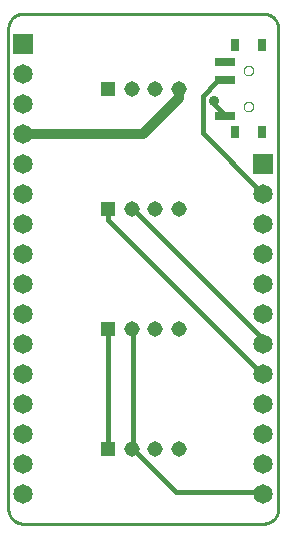
<source format=gtl>
G75*
%MOIN*%
%OFA0B0*%
%FSLAX25Y25*%
%IPPOS*%
%LPD*%
%AMOC8*
5,1,8,0,0,1.08239X$1,22.5*
%
%ADD10C,0.01000*%
%ADD11R,0.06500X0.06500*%
%ADD12C,0.06500*%
%ADD13R,0.05150X0.05150*%
%ADD14C,0.05150*%
%ADD15R,0.07087X0.02756*%
%ADD16R,0.02756X0.04000*%
%ADD17C,0.00000*%
%ADD18C,0.03200*%
%ADD19C,0.01600*%
%ADD20C,0.03600*%
%ADD21C,0.01200*%
D10*
X0001500Y0006500D02*
X0001500Y0166500D01*
X0001502Y0166640D01*
X0001508Y0166780D01*
X0001518Y0166920D01*
X0001531Y0167060D01*
X0001549Y0167199D01*
X0001571Y0167338D01*
X0001596Y0167475D01*
X0001625Y0167613D01*
X0001658Y0167749D01*
X0001695Y0167884D01*
X0001736Y0168018D01*
X0001781Y0168151D01*
X0001829Y0168283D01*
X0001881Y0168413D01*
X0001936Y0168542D01*
X0001995Y0168669D01*
X0002058Y0168795D01*
X0002124Y0168919D01*
X0002193Y0169040D01*
X0002266Y0169160D01*
X0002343Y0169278D01*
X0002422Y0169393D01*
X0002505Y0169507D01*
X0002591Y0169617D01*
X0002680Y0169726D01*
X0002772Y0169832D01*
X0002867Y0169935D01*
X0002964Y0170036D01*
X0003065Y0170133D01*
X0003168Y0170228D01*
X0003274Y0170320D01*
X0003383Y0170409D01*
X0003493Y0170495D01*
X0003607Y0170578D01*
X0003722Y0170657D01*
X0003840Y0170734D01*
X0003960Y0170807D01*
X0004081Y0170876D01*
X0004205Y0170942D01*
X0004331Y0171005D01*
X0004458Y0171064D01*
X0004587Y0171119D01*
X0004717Y0171171D01*
X0004849Y0171219D01*
X0004982Y0171264D01*
X0005116Y0171305D01*
X0005251Y0171342D01*
X0005387Y0171375D01*
X0005525Y0171404D01*
X0005662Y0171429D01*
X0005801Y0171451D01*
X0005940Y0171469D01*
X0006080Y0171482D01*
X0006220Y0171492D01*
X0006360Y0171498D01*
X0006500Y0171500D01*
X0086500Y0171500D01*
X0086640Y0171498D01*
X0086780Y0171492D01*
X0086920Y0171482D01*
X0087060Y0171469D01*
X0087199Y0171451D01*
X0087338Y0171429D01*
X0087475Y0171404D01*
X0087613Y0171375D01*
X0087749Y0171342D01*
X0087884Y0171305D01*
X0088018Y0171264D01*
X0088151Y0171219D01*
X0088283Y0171171D01*
X0088413Y0171119D01*
X0088542Y0171064D01*
X0088669Y0171005D01*
X0088795Y0170942D01*
X0088919Y0170876D01*
X0089040Y0170807D01*
X0089160Y0170734D01*
X0089278Y0170657D01*
X0089393Y0170578D01*
X0089507Y0170495D01*
X0089617Y0170409D01*
X0089726Y0170320D01*
X0089832Y0170228D01*
X0089935Y0170133D01*
X0090036Y0170036D01*
X0090133Y0169935D01*
X0090228Y0169832D01*
X0090320Y0169726D01*
X0090409Y0169617D01*
X0090495Y0169507D01*
X0090578Y0169393D01*
X0090657Y0169278D01*
X0090734Y0169160D01*
X0090807Y0169040D01*
X0090876Y0168919D01*
X0090942Y0168795D01*
X0091005Y0168669D01*
X0091064Y0168542D01*
X0091119Y0168413D01*
X0091171Y0168283D01*
X0091219Y0168151D01*
X0091264Y0168018D01*
X0091305Y0167884D01*
X0091342Y0167749D01*
X0091375Y0167613D01*
X0091404Y0167475D01*
X0091429Y0167338D01*
X0091451Y0167199D01*
X0091469Y0167060D01*
X0091482Y0166920D01*
X0091492Y0166780D01*
X0091498Y0166640D01*
X0091500Y0166500D01*
X0091500Y0006500D01*
X0091498Y0006360D01*
X0091492Y0006220D01*
X0091482Y0006080D01*
X0091469Y0005940D01*
X0091451Y0005801D01*
X0091429Y0005662D01*
X0091404Y0005525D01*
X0091375Y0005387D01*
X0091342Y0005251D01*
X0091305Y0005116D01*
X0091264Y0004982D01*
X0091219Y0004849D01*
X0091171Y0004717D01*
X0091119Y0004587D01*
X0091064Y0004458D01*
X0091005Y0004331D01*
X0090942Y0004205D01*
X0090876Y0004081D01*
X0090807Y0003960D01*
X0090734Y0003840D01*
X0090657Y0003722D01*
X0090578Y0003607D01*
X0090495Y0003493D01*
X0090409Y0003383D01*
X0090320Y0003274D01*
X0090228Y0003168D01*
X0090133Y0003065D01*
X0090036Y0002964D01*
X0089935Y0002867D01*
X0089832Y0002772D01*
X0089726Y0002680D01*
X0089617Y0002591D01*
X0089507Y0002505D01*
X0089393Y0002422D01*
X0089278Y0002343D01*
X0089160Y0002266D01*
X0089040Y0002193D01*
X0088919Y0002124D01*
X0088795Y0002058D01*
X0088669Y0001995D01*
X0088542Y0001936D01*
X0088413Y0001881D01*
X0088283Y0001829D01*
X0088151Y0001781D01*
X0088018Y0001736D01*
X0087884Y0001695D01*
X0087749Y0001658D01*
X0087613Y0001625D01*
X0087475Y0001596D01*
X0087338Y0001571D01*
X0087199Y0001549D01*
X0087060Y0001531D01*
X0086920Y0001518D01*
X0086780Y0001508D01*
X0086640Y0001502D01*
X0086500Y0001500D01*
X0006500Y0001500D01*
X0006360Y0001502D01*
X0006220Y0001508D01*
X0006080Y0001518D01*
X0005940Y0001531D01*
X0005801Y0001549D01*
X0005662Y0001571D01*
X0005525Y0001596D01*
X0005387Y0001625D01*
X0005251Y0001658D01*
X0005116Y0001695D01*
X0004982Y0001736D01*
X0004849Y0001781D01*
X0004717Y0001829D01*
X0004587Y0001881D01*
X0004458Y0001936D01*
X0004331Y0001995D01*
X0004205Y0002058D01*
X0004081Y0002124D01*
X0003960Y0002193D01*
X0003840Y0002266D01*
X0003722Y0002343D01*
X0003607Y0002422D01*
X0003493Y0002505D01*
X0003383Y0002591D01*
X0003274Y0002680D01*
X0003168Y0002772D01*
X0003065Y0002867D01*
X0002964Y0002964D01*
X0002867Y0003065D01*
X0002772Y0003168D01*
X0002680Y0003274D01*
X0002591Y0003383D01*
X0002505Y0003493D01*
X0002422Y0003607D01*
X0002343Y0003722D01*
X0002266Y0003840D01*
X0002193Y0003960D01*
X0002124Y0004081D01*
X0002058Y0004205D01*
X0001995Y0004331D01*
X0001936Y0004458D01*
X0001881Y0004587D01*
X0001829Y0004717D01*
X0001781Y0004849D01*
X0001736Y0004982D01*
X0001695Y0005116D01*
X0001658Y0005251D01*
X0001625Y0005387D01*
X0001596Y0005525D01*
X0001571Y0005662D01*
X0001549Y0005801D01*
X0001531Y0005940D01*
X0001518Y0006080D01*
X0001508Y0006220D01*
X0001502Y0006360D01*
X0001500Y0006500D01*
X0042563Y0026500D02*
X0042900Y0026300D01*
X0034800Y0106400D02*
X0034689Y0106500D01*
X0070800Y0148700D02*
X0073500Y0148700D01*
X0073713Y0149500D01*
X0073500Y0137900D02*
X0073713Y0137500D01*
X0086100Y0111800D02*
X0086500Y0111500D01*
D11*
X0086500Y0121500D03*
X0006500Y0161500D03*
D12*
X0006500Y0151500D03*
X0006500Y0141500D03*
X0006500Y0131500D03*
X0006500Y0121500D03*
X0006500Y0111500D03*
X0006500Y0101500D03*
X0006500Y0091500D03*
X0006500Y0081500D03*
X0006500Y0071500D03*
X0006500Y0061500D03*
X0006500Y0051500D03*
X0006500Y0041500D03*
X0006500Y0031500D03*
X0006500Y0021500D03*
X0006500Y0011500D03*
X0086500Y0011500D03*
X0086500Y0021500D03*
X0086500Y0031500D03*
X0086500Y0041500D03*
X0086500Y0051500D03*
X0086500Y0061500D03*
X0086500Y0071500D03*
X0086500Y0081500D03*
X0086500Y0091500D03*
X0086500Y0101500D03*
X0086500Y0111500D03*
D13*
X0034689Y0106500D03*
X0034689Y0066500D03*
X0034689Y0026500D03*
X0034689Y0146500D03*
D14*
X0042563Y0146500D03*
X0050437Y0146500D03*
X0058311Y0146500D03*
X0058311Y0106500D03*
X0050437Y0106500D03*
X0042563Y0106500D03*
X0042563Y0066500D03*
X0050437Y0066500D03*
X0058311Y0066500D03*
X0058311Y0026500D03*
X0050437Y0026500D03*
X0042563Y0026500D03*
D15*
X0073713Y0137500D03*
X0073713Y0149500D03*
X0073713Y0155500D03*
D16*
X0076972Y0161000D03*
X0086028Y0161000D03*
X0086028Y0132000D03*
X0076972Y0132000D03*
D17*
X0079900Y0140500D02*
X0079902Y0140580D01*
X0079908Y0140659D01*
X0079918Y0140738D01*
X0079932Y0140817D01*
X0079949Y0140895D01*
X0079971Y0140972D01*
X0079996Y0141047D01*
X0080026Y0141121D01*
X0080058Y0141194D01*
X0080095Y0141265D01*
X0080135Y0141334D01*
X0080178Y0141401D01*
X0080225Y0141466D01*
X0080274Y0141528D01*
X0080327Y0141588D01*
X0080383Y0141645D01*
X0080441Y0141700D01*
X0080502Y0141751D01*
X0080566Y0141799D01*
X0080632Y0141844D01*
X0080700Y0141886D01*
X0080770Y0141924D01*
X0080842Y0141958D01*
X0080915Y0141989D01*
X0080990Y0142017D01*
X0081067Y0142040D01*
X0081144Y0142060D01*
X0081222Y0142076D01*
X0081301Y0142088D01*
X0081380Y0142096D01*
X0081460Y0142100D01*
X0081540Y0142100D01*
X0081620Y0142096D01*
X0081699Y0142088D01*
X0081778Y0142076D01*
X0081856Y0142060D01*
X0081933Y0142040D01*
X0082010Y0142017D01*
X0082085Y0141989D01*
X0082158Y0141958D01*
X0082230Y0141924D01*
X0082300Y0141886D01*
X0082368Y0141844D01*
X0082434Y0141799D01*
X0082498Y0141751D01*
X0082559Y0141700D01*
X0082617Y0141645D01*
X0082673Y0141588D01*
X0082726Y0141528D01*
X0082775Y0141466D01*
X0082822Y0141401D01*
X0082865Y0141334D01*
X0082905Y0141265D01*
X0082942Y0141194D01*
X0082974Y0141121D01*
X0083004Y0141047D01*
X0083029Y0140972D01*
X0083051Y0140895D01*
X0083068Y0140817D01*
X0083082Y0140738D01*
X0083092Y0140659D01*
X0083098Y0140580D01*
X0083100Y0140500D01*
X0083098Y0140420D01*
X0083092Y0140341D01*
X0083082Y0140262D01*
X0083068Y0140183D01*
X0083051Y0140105D01*
X0083029Y0140028D01*
X0083004Y0139953D01*
X0082974Y0139879D01*
X0082942Y0139806D01*
X0082905Y0139735D01*
X0082865Y0139666D01*
X0082822Y0139599D01*
X0082775Y0139534D01*
X0082726Y0139472D01*
X0082673Y0139412D01*
X0082617Y0139355D01*
X0082559Y0139300D01*
X0082498Y0139249D01*
X0082434Y0139201D01*
X0082368Y0139156D01*
X0082300Y0139114D01*
X0082230Y0139076D01*
X0082158Y0139042D01*
X0082085Y0139011D01*
X0082010Y0138983D01*
X0081933Y0138960D01*
X0081856Y0138940D01*
X0081778Y0138924D01*
X0081699Y0138912D01*
X0081620Y0138904D01*
X0081540Y0138900D01*
X0081460Y0138900D01*
X0081380Y0138904D01*
X0081301Y0138912D01*
X0081222Y0138924D01*
X0081144Y0138940D01*
X0081067Y0138960D01*
X0080990Y0138983D01*
X0080915Y0139011D01*
X0080842Y0139042D01*
X0080770Y0139076D01*
X0080700Y0139114D01*
X0080632Y0139156D01*
X0080566Y0139201D01*
X0080502Y0139249D01*
X0080441Y0139300D01*
X0080383Y0139355D01*
X0080327Y0139412D01*
X0080274Y0139472D01*
X0080225Y0139534D01*
X0080178Y0139599D01*
X0080135Y0139666D01*
X0080095Y0139735D01*
X0080058Y0139806D01*
X0080026Y0139879D01*
X0079996Y0139953D01*
X0079971Y0140028D01*
X0079949Y0140105D01*
X0079932Y0140183D01*
X0079918Y0140262D01*
X0079908Y0140341D01*
X0079902Y0140420D01*
X0079900Y0140500D01*
X0079900Y0152500D02*
X0079902Y0152580D01*
X0079908Y0152659D01*
X0079918Y0152738D01*
X0079932Y0152817D01*
X0079949Y0152895D01*
X0079971Y0152972D01*
X0079996Y0153047D01*
X0080026Y0153121D01*
X0080058Y0153194D01*
X0080095Y0153265D01*
X0080135Y0153334D01*
X0080178Y0153401D01*
X0080225Y0153466D01*
X0080274Y0153528D01*
X0080327Y0153588D01*
X0080383Y0153645D01*
X0080441Y0153700D01*
X0080502Y0153751D01*
X0080566Y0153799D01*
X0080632Y0153844D01*
X0080700Y0153886D01*
X0080770Y0153924D01*
X0080842Y0153958D01*
X0080915Y0153989D01*
X0080990Y0154017D01*
X0081067Y0154040D01*
X0081144Y0154060D01*
X0081222Y0154076D01*
X0081301Y0154088D01*
X0081380Y0154096D01*
X0081460Y0154100D01*
X0081540Y0154100D01*
X0081620Y0154096D01*
X0081699Y0154088D01*
X0081778Y0154076D01*
X0081856Y0154060D01*
X0081933Y0154040D01*
X0082010Y0154017D01*
X0082085Y0153989D01*
X0082158Y0153958D01*
X0082230Y0153924D01*
X0082300Y0153886D01*
X0082368Y0153844D01*
X0082434Y0153799D01*
X0082498Y0153751D01*
X0082559Y0153700D01*
X0082617Y0153645D01*
X0082673Y0153588D01*
X0082726Y0153528D01*
X0082775Y0153466D01*
X0082822Y0153401D01*
X0082865Y0153334D01*
X0082905Y0153265D01*
X0082942Y0153194D01*
X0082974Y0153121D01*
X0083004Y0153047D01*
X0083029Y0152972D01*
X0083051Y0152895D01*
X0083068Y0152817D01*
X0083082Y0152738D01*
X0083092Y0152659D01*
X0083098Y0152580D01*
X0083100Y0152500D01*
X0083098Y0152420D01*
X0083092Y0152341D01*
X0083082Y0152262D01*
X0083068Y0152183D01*
X0083051Y0152105D01*
X0083029Y0152028D01*
X0083004Y0151953D01*
X0082974Y0151879D01*
X0082942Y0151806D01*
X0082905Y0151735D01*
X0082865Y0151666D01*
X0082822Y0151599D01*
X0082775Y0151534D01*
X0082726Y0151472D01*
X0082673Y0151412D01*
X0082617Y0151355D01*
X0082559Y0151300D01*
X0082498Y0151249D01*
X0082434Y0151201D01*
X0082368Y0151156D01*
X0082300Y0151114D01*
X0082230Y0151076D01*
X0082158Y0151042D01*
X0082085Y0151011D01*
X0082010Y0150983D01*
X0081933Y0150960D01*
X0081856Y0150940D01*
X0081778Y0150924D01*
X0081699Y0150912D01*
X0081620Y0150904D01*
X0081540Y0150900D01*
X0081460Y0150900D01*
X0081380Y0150904D01*
X0081301Y0150912D01*
X0081222Y0150924D01*
X0081144Y0150940D01*
X0081067Y0150960D01*
X0080990Y0150983D01*
X0080915Y0151011D01*
X0080842Y0151042D01*
X0080770Y0151076D01*
X0080700Y0151114D01*
X0080632Y0151156D01*
X0080566Y0151201D01*
X0080502Y0151249D01*
X0080441Y0151300D01*
X0080383Y0151355D01*
X0080327Y0151412D01*
X0080274Y0151472D01*
X0080225Y0151534D01*
X0080178Y0151599D01*
X0080135Y0151666D01*
X0080095Y0151735D01*
X0080058Y0151806D01*
X0080026Y0151879D01*
X0079996Y0151953D01*
X0079971Y0152028D01*
X0079949Y0152105D01*
X0079932Y0152183D01*
X0079918Y0152262D01*
X0079908Y0152341D01*
X0079902Y0152420D01*
X0079900Y0152500D01*
D18*
X0058311Y0146500D02*
X0058311Y0143311D01*
X0046500Y0131500D01*
X0006500Y0131500D01*
D19*
X0034800Y0106400D02*
X0034800Y0102800D01*
X0086100Y0051500D01*
X0086500Y0051500D01*
X0086500Y0061500D02*
X0087000Y0062300D01*
X0042900Y0106400D01*
X0042563Y0066500D02*
X0042900Y0065900D01*
X0042900Y0027200D01*
X0042563Y0026500D01*
X0042900Y0026300D02*
X0057300Y0011900D01*
X0086100Y0011900D01*
X0034800Y0027200D02*
X0034800Y0065900D01*
X0034689Y0066500D01*
X0086100Y0111800D02*
X0066300Y0131600D01*
X0066300Y0144200D01*
X0070800Y0148700D01*
X0069900Y0142400D02*
X0069900Y0141500D01*
X0073500Y0137900D01*
D20*
X0069900Y0142400D03*
D21*
X0042900Y0106400D02*
X0042563Y0106500D01*
X0034800Y0027200D02*
X0034689Y0026500D01*
X0086100Y0011900D02*
X0086500Y0011500D01*
M02*

</source>
